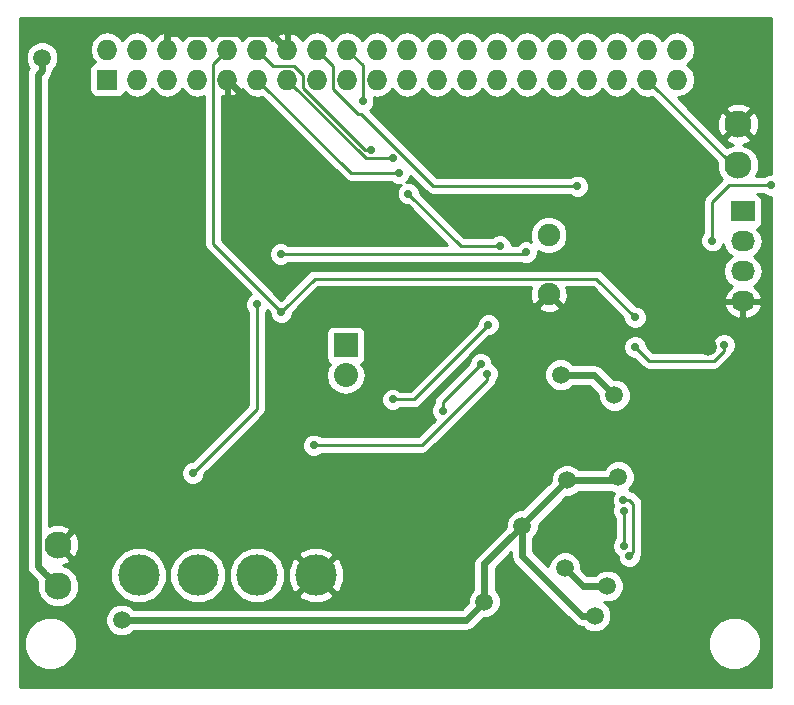
<source format=gbr>
G04 #@! TF.FileFunction,Copper,L2,Bot,Signal*
%FSLAX46Y46*%
G04 Gerber Fmt 4.6, Leading zero omitted, Abs format (unit mm)*
G04 Created by KiCad (PCBNEW 4.0.2+dfsg1-stable) date mer 24 ott 2018 10:21:22 CEST*
%MOMM*%
G01*
G04 APERTURE LIST*
%ADD10C,0.100000*%
%ADD11R,1.727200X1.727200*%
%ADD12O,1.727200X1.727200*%
%ADD13R,2.032000X1.727200*%
%ADD14O,2.032000X1.727200*%
%ADD15R,2.032000X2.032000*%
%ADD16O,2.032000X2.032000*%
%ADD17C,3.500000*%
%ADD18C,1.905000*%
%ADD19C,2.300000*%
%ADD20C,0.710000*%
%ADD21C,1.500000*%
%ADD22C,0.220000*%
%ADD23C,0.600000*%
%ADD24C,0.254000*%
G04 APERTURE END LIST*
D10*
D11*
X115062000Y-55880000D03*
D12*
X115062000Y-53340000D03*
X117602000Y-55880000D03*
X117602000Y-53340000D03*
X120142000Y-55880000D03*
X120142000Y-53340000D03*
X122682000Y-55880000D03*
X122682000Y-53340000D03*
X125222000Y-55880000D03*
X125222000Y-53340000D03*
X127762000Y-55880000D03*
X127762000Y-53340000D03*
X130302000Y-55880000D03*
X130302000Y-53340000D03*
X132842000Y-55880000D03*
X132842000Y-53340000D03*
X135382000Y-55880000D03*
X135382000Y-53340000D03*
X137922000Y-55880000D03*
X137922000Y-53340000D03*
X140462000Y-55880000D03*
X140462000Y-53340000D03*
X143002000Y-55880000D03*
X143002000Y-53340000D03*
X145542000Y-55880000D03*
X145542000Y-53340000D03*
X148082000Y-55880000D03*
X148082000Y-53340000D03*
X150622000Y-55880000D03*
X150622000Y-53340000D03*
X153162000Y-55880000D03*
X153162000Y-53340000D03*
X155702000Y-55880000D03*
X155702000Y-53340000D03*
X158242000Y-55880000D03*
X158242000Y-53340000D03*
X160782000Y-55880000D03*
X160782000Y-53340000D03*
X163322000Y-55880000D03*
X163322000Y-53340000D03*
D13*
X168864280Y-67028060D03*
D14*
X168864280Y-69568060D03*
X168864280Y-72108060D03*
X168864280Y-74648060D03*
D15*
X135244840Y-78389480D03*
D16*
X135244840Y-80929480D03*
D17*
X132714000Y-97840000D03*
X127714000Y-97840000D03*
X122714000Y-97840000D03*
X117714000Y-97840000D03*
D18*
X152438100Y-74046720D03*
X152438100Y-69046720D03*
D19*
X168475660Y-63151960D03*
X168475660Y-59651960D03*
X110863380Y-95270440D03*
X110863380Y-98770440D03*
D20*
X122300886Y-89207226D03*
X127734060Y-74917300D03*
X150533100Y-70497700D03*
X129740660Y-70652640D03*
D21*
X149781260Y-62189360D03*
X159715200Y-59690000D03*
X159717740Y-62341760D03*
X165934244Y-78508253D03*
D20*
X151485601Y-81008221D03*
X131373880Y-67688460D03*
X155702000Y-97353120D03*
D21*
X165564820Y-98529140D03*
X165564820Y-95117920D03*
X161947860Y-102146100D03*
X154180540Y-83703160D03*
X162629610Y-76505406D03*
X163376530Y-70744228D03*
X157998160Y-82616040D03*
X153449020Y-80878680D03*
X109540040Y-54030880D03*
X150192896Y-93664929D03*
X156329380Y-101274880D03*
X158341060Y-89516510D03*
X153984960Y-89829640D03*
X146999960Y-100083620D03*
X116278660Y-101635560D03*
X153797000Y-97221040D03*
X157411420Y-98752660D03*
D20*
X158790640Y-95371920D03*
X158808420Y-92372180D03*
X158768131Y-91444667D03*
X159252920Y-96255000D03*
X167280145Y-78351380D03*
X129790487Y-75565005D03*
X159755840Y-78519020D03*
X159755840Y-76009500D03*
X139217400Y-82969100D03*
X147337780Y-76629260D03*
X147253960Y-80790538D03*
X132549900Y-86847680D03*
X143455050Y-83907290D03*
X146682460Y-79971900D03*
X166276020Y-69524880D03*
X171287440Y-64828420D03*
X139735901Y-63794299D03*
X148300440Y-69987620D03*
X137386368Y-61856357D03*
X140550900Y-65549780D03*
X139276769Y-62521377D03*
X154863800Y-64917320D03*
X136695180Y-57726580D03*
D22*
X122655885Y-88852227D02*
X122300886Y-89207226D01*
X127734060Y-74917300D02*
X127734060Y-83774052D01*
X127734060Y-83774052D02*
X122655885Y-88852227D01*
X129740660Y-70652640D02*
X150378160Y-70652640D01*
X150378160Y-70652640D02*
X150533100Y-70497700D01*
D23*
X149781260Y-62189360D02*
X159565340Y-62189360D01*
X159565340Y-62189360D02*
X159717740Y-62341760D01*
X159715200Y-59690000D02*
X159715200Y-62339220D01*
X159715200Y-62339220D02*
X159717740Y-62341760D01*
X163376530Y-66000550D02*
X159717740Y-62341760D01*
X160312040Y-62936060D02*
X159717740Y-62341760D01*
X163376530Y-70744228D02*
X163376530Y-66000550D01*
X165184245Y-77758254D02*
X165934244Y-78508253D01*
X162629610Y-76505406D02*
X163931397Y-76505406D01*
X163931397Y-76505406D02*
X165184245Y-77758254D01*
X120142000Y-53340000D02*
X120142000Y-52118686D01*
X120142000Y-52118686D02*
X120334287Y-51926399D01*
X120334287Y-51926399D02*
X128888399Y-51926399D01*
X128888399Y-51926399D02*
X129438401Y-52476401D01*
X129438401Y-52476401D02*
X130302000Y-53340000D01*
X131373880Y-67688460D02*
X131373880Y-62031880D01*
X131373880Y-62031880D02*
X125222000Y-55880000D01*
D22*
X155702000Y-97353120D02*
X164388800Y-97353120D01*
X164388800Y-97353120D02*
X165564820Y-98529140D01*
D23*
X153430541Y-82953161D02*
X154180540Y-83703160D01*
X151485601Y-74999219D02*
X151485601Y-81008221D01*
X152438100Y-74046720D02*
X151485601Y-74999219D01*
X151485601Y-81008221D02*
X153430541Y-82953161D01*
X161947860Y-102146100D02*
X165564820Y-98529140D01*
X165564820Y-98529140D02*
X165564820Y-95117920D01*
X162629610Y-76505406D02*
X161879611Y-77255405D01*
X161879611Y-77255405D02*
X155646785Y-77255405D01*
X155646785Y-77255405D02*
X153390599Y-74999219D01*
X153390599Y-74999219D02*
X152438100Y-74046720D01*
X163376530Y-75758486D02*
X162629610Y-76505406D01*
X163376530Y-70744228D02*
X163376530Y-75758486D01*
X153449020Y-80878680D02*
X156260800Y-80878680D01*
X156260800Y-80878680D02*
X157998160Y-82616040D01*
X109540040Y-54030880D02*
X109540040Y-55091540D01*
X109540040Y-55091540D02*
X109163379Y-55468201D01*
X109163379Y-55468201D02*
X109163379Y-97070439D01*
X109163379Y-97070439D02*
X109713381Y-97620441D01*
X109713381Y-97620441D02*
X110863380Y-98770440D01*
X150192896Y-94725589D02*
X150192896Y-93664929D01*
X150192896Y-96199056D02*
X150192896Y-94725589D01*
X155268720Y-101274880D02*
X150192896Y-96199056D01*
X156329380Y-101274880D02*
X155268720Y-101274880D01*
X150192896Y-93621704D02*
X150192896Y-93664929D01*
X146999960Y-96857865D02*
X149442897Y-94414928D01*
X153984960Y-89829640D02*
X150192896Y-93621704D01*
X149442897Y-94414928D02*
X150192896Y-93664929D01*
X146999960Y-100083620D02*
X146999960Y-96857865D01*
X153984960Y-89829640D02*
X158027930Y-89829640D01*
X158027930Y-89829640D02*
X158341060Y-89516510D01*
X116278660Y-101635560D02*
X145448020Y-101635560D01*
X145448020Y-101635560D02*
X146999960Y-100083620D01*
X157411420Y-98752660D02*
X155328620Y-98752660D01*
X155328620Y-98752660D02*
X153797000Y-97221040D01*
D22*
X158808420Y-92372180D02*
X158808420Y-95354140D01*
X158808420Y-95354140D02*
X158790640Y-95371920D01*
X159607919Y-91782410D02*
X159270176Y-91444667D01*
X159252920Y-96255000D02*
X159607919Y-95900001D01*
X159270176Y-91444667D02*
X158768131Y-91444667D01*
X159607919Y-95900001D02*
X159607919Y-91782410D01*
X166400430Y-79733140D02*
X167280145Y-78853425D01*
X167280145Y-78853425D02*
X167280145Y-78351380D01*
X160969960Y-79733140D02*
X166400430Y-79733140D01*
X159755840Y-78519020D02*
X160969960Y-79733140D01*
X129435488Y-75210006D02*
X129790487Y-75565005D01*
X156480559Y-72734219D02*
X132621273Y-72734219D01*
X159755840Y-76009500D02*
X156480559Y-72734219D01*
X125222000Y-53340000D02*
X123998399Y-54563601D01*
X132621273Y-72734219D02*
X130145486Y-75210006D01*
X123998399Y-69772917D02*
X129435488Y-75210006D01*
X130145486Y-75210006D02*
X129790487Y-75565005D01*
X123998399Y-54563601D02*
X123998399Y-69772917D01*
X147337780Y-76629260D02*
X140997940Y-82969100D01*
X140997940Y-82969100D02*
X139217400Y-82969100D01*
X132549900Y-86847680D02*
X141698863Y-86847680D01*
X141698863Y-86847680D02*
X147253960Y-81292583D01*
X147253960Y-81292583D02*
X147253960Y-80790538D01*
X143455050Y-83199310D02*
X143455050Y-83405245D01*
X143455050Y-83405245D02*
X143455050Y-83907290D01*
X146682460Y-79971900D02*
X143455050Y-83199310D01*
X167678100Y-64810640D02*
X166276020Y-66212720D01*
X166276020Y-66212720D02*
X166276020Y-69524880D01*
X170767615Y-64810640D02*
X167678100Y-64810640D01*
X171287440Y-64828420D02*
X170785395Y-64828420D01*
X170785395Y-64828420D02*
X170767615Y-64810640D01*
X135676299Y-63794299D02*
X139233856Y-63794299D01*
X127762000Y-55880000D02*
X135676299Y-63794299D01*
X139233856Y-63794299D02*
X139735901Y-63794299D01*
X147798395Y-69987620D02*
X148300440Y-69987620D01*
X144988740Y-69987620D02*
X147798395Y-69987620D01*
X140550900Y-65549780D02*
X144988740Y-69987620D01*
X136884323Y-61856357D02*
X137386368Y-61856357D01*
X129128399Y-54706399D02*
X130865329Y-54706399D01*
X127762000Y-53340000D02*
X129128399Y-54706399D01*
X131668399Y-56640433D02*
X136884323Y-61856357D01*
X131668399Y-55509469D02*
X131668399Y-56640433D01*
X130865329Y-54706399D02*
X131668399Y-55509469D01*
X136943377Y-62521377D02*
X130302000Y-55880000D01*
X139276769Y-62521377D02*
X136943377Y-62521377D01*
X136542732Y-58777662D02*
X136320098Y-58777662D01*
X134208399Y-56665963D02*
X134208399Y-54706399D01*
X133705599Y-54203599D02*
X132842000Y-53340000D01*
X142682390Y-64917320D02*
X136542732Y-58777662D01*
X134208399Y-54706399D02*
X133705599Y-54203599D01*
X154863800Y-64917320D02*
X142682390Y-64917320D01*
X136320098Y-58777662D02*
X134208399Y-56665963D01*
X135382000Y-53340000D02*
X136695180Y-54653180D01*
X136695180Y-54653180D02*
X136695180Y-57726580D01*
X160782000Y-55880000D02*
X168053960Y-63151960D01*
X168053960Y-63151960D02*
X168475660Y-63151960D01*
D24*
G36*
X171290000Y-63838422D02*
X171091381Y-63838249D01*
X170727383Y-63988650D01*
X170650258Y-64065640D01*
X170029036Y-64065640D01*
X170260349Y-63508576D01*
X170260969Y-62798459D01*
X169989792Y-62142160D01*
X169488101Y-61639593D01*
X168928589Y-61407264D01*
X169440059Y-61195406D01*
X169557079Y-60912985D01*
X168475660Y-59831565D01*
X167394241Y-60912985D01*
X167511261Y-61195406D01*
X168046169Y-61398049D01*
X167556122Y-61600533D01*
X165307212Y-59351623D01*
X166680642Y-59351623D01*
X166702346Y-60061408D01*
X166932214Y-60616359D01*
X167214635Y-60733379D01*
X168296055Y-59651960D01*
X168655265Y-59651960D01*
X169736685Y-60733379D01*
X170019106Y-60616359D01*
X170270678Y-59952297D01*
X170248974Y-59242512D01*
X170019106Y-58687561D01*
X169736685Y-58570541D01*
X168655265Y-59651960D01*
X168296055Y-59651960D01*
X167214635Y-58570541D01*
X166932214Y-58687561D01*
X166680642Y-59351623D01*
X165307212Y-59351623D01*
X164346524Y-58390935D01*
X167394241Y-58390935D01*
X168475660Y-59472355D01*
X169557079Y-58390935D01*
X169440059Y-58108514D01*
X168775997Y-57856942D01*
X168066212Y-57878646D01*
X167511261Y-58108514D01*
X167394241Y-58390935D01*
X164346524Y-58390935D01*
X163356655Y-57401066D01*
X163895489Y-57293885D01*
X164381670Y-56969029D01*
X164706526Y-56482848D01*
X164820600Y-55909359D01*
X164820600Y-55850641D01*
X164706526Y-55277152D01*
X164381670Y-54790971D01*
X164110828Y-54610000D01*
X164381670Y-54429029D01*
X164706526Y-53942848D01*
X164820600Y-53369359D01*
X164820600Y-53310641D01*
X164706526Y-52737152D01*
X164381670Y-52250971D01*
X163895489Y-51926115D01*
X163322000Y-51812041D01*
X162748511Y-51926115D01*
X162262330Y-52250971D01*
X162052000Y-52565752D01*
X161841670Y-52250971D01*
X161355489Y-51926115D01*
X160782000Y-51812041D01*
X160208511Y-51926115D01*
X159722330Y-52250971D01*
X159512000Y-52565752D01*
X159301670Y-52250971D01*
X158815489Y-51926115D01*
X158242000Y-51812041D01*
X157668511Y-51926115D01*
X157182330Y-52250971D01*
X156972000Y-52565752D01*
X156761670Y-52250971D01*
X156275489Y-51926115D01*
X155702000Y-51812041D01*
X155128511Y-51926115D01*
X154642330Y-52250971D01*
X154432000Y-52565752D01*
X154221670Y-52250971D01*
X153735489Y-51926115D01*
X153162000Y-51812041D01*
X152588511Y-51926115D01*
X152102330Y-52250971D01*
X151892000Y-52565752D01*
X151681670Y-52250971D01*
X151195489Y-51926115D01*
X150622000Y-51812041D01*
X150048511Y-51926115D01*
X149562330Y-52250971D01*
X149352000Y-52565752D01*
X149141670Y-52250971D01*
X148655489Y-51926115D01*
X148082000Y-51812041D01*
X147508511Y-51926115D01*
X147022330Y-52250971D01*
X146812000Y-52565752D01*
X146601670Y-52250971D01*
X146115489Y-51926115D01*
X145542000Y-51812041D01*
X144968511Y-51926115D01*
X144482330Y-52250971D01*
X144272000Y-52565752D01*
X144061670Y-52250971D01*
X143575489Y-51926115D01*
X143002000Y-51812041D01*
X142428511Y-51926115D01*
X141942330Y-52250971D01*
X141732000Y-52565752D01*
X141521670Y-52250971D01*
X141035489Y-51926115D01*
X140462000Y-51812041D01*
X139888511Y-51926115D01*
X139402330Y-52250971D01*
X139192000Y-52565752D01*
X138981670Y-52250971D01*
X138495489Y-51926115D01*
X137922000Y-51812041D01*
X137348511Y-51926115D01*
X136862330Y-52250971D01*
X136652000Y-52565752D01*
X136441670Y-52250971D01*
X135955489Y-51926115D01*
X135382000Y-51812041D01*
X134808511Y-51926115D01*
X134322330Y-52250971D01*
X134112000Y-52565752D01*
X133901670Y-52250971D01*
X133415489Y-51926115D01*
X132842000Y-51812041D01*
X132268511Y-51926115D01*
X131782330Y-52250971D01*
X131566336Y-52574228D01*
X131508821Y-52451510D01*
X131076947Y-52057312D01*
X130661026Y-51885042D01*
X130429000Y-52006183D01*
X130429000Y-53213000D01*
X130449000Y-53213000D01*
X130449000Y-53467000D01*
X130429000Y-53467000D01*
X130429000Y-53487000D01*
X130175000Y-53487000D01*
X130175000Y-53467000D01*
X130155000Y-53467000D01*
X130155000Y-53213000D01*
X130175000Y-53213000D01*
X130175000Y-52006183D01*
X129942974Y-51885042D01*
X129527053Y-52057312D01*
X129095179Y-52451510D01*
X129037664Y-52574228D01*
X128821670Y-52250971D01*
X128335489Y-51926115D01*
X127762000Y-51812041D01*
X127188511Y-51926115D01*
X126702330Y-52250971D01*
X126492000Y-52565752D01*
X126281670Y-52250971D01*
X125795489Y-51926115D01*
X125222000Y-51812041D01*
X124648511Y-51926115D01*
X124162330Y-52250971D01*
X123952000Y-52565752D01*
X123741670Y-52250971D01*
X123255489Y-51926115D01*
X122682000Y-51812041D01*
X122108511Y-51926115D01*
X121622330Y-52250971D01*
X121406336Y-52574228D01*
X121348821Y-52451510D01*
X120916947Y-52057312D01*
X120501026Y-51885042D01*
X120269000Y-52006183D01*
X120269000Y-53213000D01*
X120289000Y-53213000D01*
X120289000Y-53467000D01*
X120269000Y-53467000D01*
X120269000Y-53487000D01*
X120015000Y-53487000D01*
X120015000Y-53467000D01*
X119995000Y-53467000D01*
X119995000Y-53213000D01*
X120015000Y-53213000D01*
X120015000Y-52006183D01*
X119782974Y-51885042D01*
X119367053Y-52057312D01*
X118935179Y-52451510D01*
X118877664Y-52574228D01*
X118661670Y-52250971D01*
X118175489Y-51926115D01*
X117602000Y-51812041D01*
X117028511Y-51926115D01*
X116542330Y-52250971D01*
X116332000Y-52565752D01*
X116121670Y-52250971D01*
X115635489Y-51926115D01*
X115062000Y-51812041D01*
X114488511Y-51926115D01*
X114002330Y-52250971D01*
X113677474Y-52737152D01*
X113563400Y-53310641D01*
X113563400Y-53369359D01*
X113677474Y-53942848D01*
X113988574Y-54408442D01*
X113963083Y-54413238D01*
X113746959Y-54552310D01*
X113601969Y-54764510D01*
X113550960Y-55016400D01*
X113550960Y-56743600D01*
X113595238Y-56978917D01*
X113734310Y-57195041D01*
X113946510Y-57340031D01*
X114198400Y-57391040D01*
X115925600Y-57391040D01*
X116160917Y-57346762D01*
X116377041Y-57207690D01*
X116522031Y-56995490D01*
X116530864Y-56951869D01*
X116542330Y-56969029D01*
X117028511Y-57293885D01*
X117602000Y-57407959D01*
X118175489Y-57293885D01*
X118661670Y-56969029D01*
X118872000Y-56654248D01*
X119082330Y-56969029D01*
X119568511Y-57293885D01*
X120142000Y-57407959D01*
X120715489Y-57293885D01*
X121201670Y-56969029D01*
X121412000Y-56654248D01*
X121622330Y-56969029D01*
X122108511Y-57293885D01*
X122682000Y-57407959D01*
X123253399Y-57294301D01*
X123253399Y-69772912D01*
X123253398Y-69772917D01*
X123310109Y-70058016D01*
X123471604Y-70299712D01*
X127227371Y-74055479D01*
X127174003Y-74077530D01*
X126895268Y-74355778D01*
X126744232Y-74719513D01*
X126743889Y-75113359D01*
X126894290Y-75477357D01*
X126989060Y-75572293D01*
X126989060Y-83465462D01*
X122237352Y-88217170D01*
X122104827Y-88217055D01*
X121740829Y-88367456D01*
X121462094Y-88645704D01*
X121311058Y-89009439D01*
X121310715Y-89403285D01*
X121461116Y-89767283D01*
X121739364Y-90046018D01*
X122103099Y-90197054D01*
X122496945Y-90197397D01*
X122860943Y-90046996D01*
X123139678Y-89768748D01*
X123290714Y-89405013D01*
X123290831Y-89270871D01*
X125517963Y-87043739D01*
X131559729Y-87043739D01*
X131710130Y-87407737D01*
X131988378Y-87686472D01*
X132352113Y-87837508D01*
X132745959Y-87837851D01*
X133109957Y-87687450D01*
X133204893Y-87592680D01*
X141698858Y-87592680D01*
X141698863Y-87592681D01*
X141983962Y-87535970D01*
X142225658Y-87374475D01*
X147780752Y-81819380D01*
X147780755Y-81819378D01*
X147942250Y-81577682D01*
X147960960Y-81483622D01*
X148092752Y-81352060D01*
X148175423Y-81152965D01*
X152063780Y-81152965D01*
X152274189Y-81662195D01*
X152663456Y-82052141D01*
X153172318Y-82263439D01*
X153723305Y-82263920D01*
X154232535Y-82053511D01*
X154472784Y-81813680D01*
X155873510Y-81813680D01*
X156613214Y-82553384D01*
X156612920Y-82890325D01*
X156823329Y-83399555D01*
X157212596Y-83789501D01*
X157721458Y-84000799D01*
X158272445Y-84001280D01*
X158781675Y-83790871D01*
X159171621Y-83401604D01*
X159382919Y-82892742D01*
X159383400Y-82341755D01*
X159172991Y-81832525D01*
X158783724Y-81442579D01*
X158274862Y-81231281D01*
X157935395Y-81230985D01*
X156921945Y-80217535D01*
X156618609Y-80014853D01*
X156260800Y-79943680D01*
X154472630Y-79943680D01*
X154234584Y-79705219D01*
X153725722Y-79493921D01*
X153174735Y-79493440D01*
X152665505Y-79703849D01*
X152275559Y-80093116D01*
X152064261Y-80601978D01*
X152063780Y-81152965D01*
X148175423Y-81152965D01*
X148243788Y-80988325D01*
X148244131Y-80594479D01*
X148093730Y-80230481D01*
X147815482Y-79951746D01*
X147672530Y-79892387D01*
X147672631Y-79775841D01*
X147522230Y-79411843D01*
X147243982Y-79133108D01*
X146880247Y-78982072D01*
X146486401Y-78981729D01*
X146122403Y-79132130D01*
X145843668Y-79410378D01*
X145692632Y-79774113D01*
X145692515Y-79908255D01*
X142928255Y-82672515D01*
X142766760Y-82914211D01*
X142710049Y-83199310D01*
X142710050Y-83199315D01*
X142710050Y-83252140D01*
X142616258Y-83345768D01*
X142465222Y-83709503D01*
X142464879Y-84103349D01*
X142615280Y-84467347D01*
X142820264Y-84672690D01*
X141390273Y-86102680D01*
X133205050Y-86102680D01*
X133111422Y-86008888D01*
X132747687Y-85857852D01*
X132353841Y-85857509D01*
X131989843Y-86007910D01*
X131711108Y-86286158D01*
X131560072Y-86649893D01*
X131559729Y-87043739D01*
X125517963Y-87043739D01*
X128260855Y-84300847D01*
X128422350Y-84059151D01*
X128479061Y-83774052D01*
X128479060Y-83774047D01*
X128479060Y-83165159D01*
X138227229Y-83165159D01*
X138377630Y-83529157D01*
X138655878Y-83807892D01*
X139019613Y-83958928D01*
X139413459Y-83959271D01*
X139777457Y-83808870D01*
X139872393Y-83714100D01*
X140997935Y-83714100D01*
X140997940Y-83714101D01*
X141283039Y-83657390D01*
X141524735Y-83495895D01*
X146305550Y-78715079D01*
X158765669Y-78715079D01*
X158916070Y-79079077D01*
X159194318Y-79357812D01*
X159558053Y-79508848D01*
X159692195Y-79508965D01*
X160443165Y-80259935D01*
X160684861Y-80421430D01*
X160969960Y-80478141D01*
X160969965Y-80478140D01*
X166400425Y-80478140D01*
X166400430Y-80478141D01*
X166685529Y-80421430D01*
X166927225Y-80259935D01*
X167806937Y-79380222D01*
X167806940Y-79380220D01*
X167968435Y-79138524D01*
X167969707Y-79132130D01*
X167987145Y-79044464D01*
X168118937Y-78912902D01*
X168269973Y-78549167D01*
X168270316Y-78155321D01*
X168119915Y-77791323D01*
X167841667Y-77512588D01*
X167477932Y-77361552D01*
X167084086Y-77361209D01*
X166720088Y-77511610D01*
X166441353Y-77789858D01*
X166290317Y-78153593D01*
X166289974Y-78547439D01*
X166360896Y-78719084D01*
X166091840Y-78988140D01*
X161278550Y-78988140D01*
X160745896Y-78455486D01*
X160746011Y-78322961D01*
X160595610Y-77958963D01*
X160317362Y-77680228D01*
X159953627Y-77529192D01*
X159559781Y-77528849D01*
X159195783Y-77679250D01*
X158917048Y-77957498D01*
X158766012Y-78321233D01*
X158765669Y-78715079D01*
X146305550Y-78715079D01*
X147401313Y-77619316D01*
X147533839Y-77619431D01*
X147897837Y-77469030D01*
X148176572Y-77190782D01*
X148327608Y-76827047D01*
X148327951Y-76433201D01*
X148177550Y-76069203D01*
X147899302Y-75790468D01*
X147535567Y-75639432D01*
X147141721Y-75639089D01*
X146777723Y-75789490D01*
X146498988Y-76067738D01*
X146347952Y-76431473D01*
X146347835Y-76565616D01*
X140689350Y-82224100D01*
X139872550Y-82224100D01*
X139778922Y-82130308D01*
X139415187Y-81979272D01*
X139021341Y-81978929D01*
X138657343Y-82129330D01*
X138378608Y-82407578D01*
X138227572Y-82771313D01*
X138227229Y-83165159D01*
X128479060Y-83165159D01*
X128479060Y-80929480D01*
X133561495Y-80929480D01*
X133687170Y-81561290D01*
X134045062Y-82096913D01*
X134580685Y-82454805D01*
X135212495Y-82580480D01*
X135277185Y-82580480D01*
X135908995Y-82454805D01*
X136444618Y-82096913D01*
X136802510Y-81561290D01*
X136928185Y-80929480D01*
X136802510Y-80297670D01*
X136575341Y-79957688D01*
X136712281Y-79869570D01*
X136857271Y-79657370D01*
X136908280Y-79405480D01*
X136908280Y-77373480D01*
X136864002Y-77138163D01*
X136724930Y-76922039D01*
X136512730Y-76777049D01*
X136260840Y-76726040D01*
X134228840Y-76726040D01*
X133993523Y-76770318D01*
X133777399Y-76909390D01*
X133632409Y-77121590D01*
X133581400Y-77373480D01*
X133581400Y-79405480D01*
X133625678Y-79640797D01*
X133764750Y-79856921D01*
X133913677Y-79958678D01*
X133687170Y-80297670D01*
X133561495Y-80929480D01*
X128479060Y-80929480D01*
X128479060Y-75572450D01*
X128572852Y-75478822D01*
X128595697Y-75423805D01*
X128800431Y-75628539D01*
X128800316Y-75761064D01*
X128950717Y-76125062D01*
X129228965Y-76403797D01*
X129592700Y-76554833D01*
X129986546Y-76555176D01*
X130350544Y-76404775D01*
X130629279Y-76126527D01*
X130780315Y-75762792D01*
X130780432Y-75628650D01*
X131244202Y-75164879D01*
X151499546Y-75164879D01*
X151592388Y-75426808D01*
X152184901Y-75645395D01*
X152815961Y-75620598D01*
X153283812Y-75426808D01*
X153376654Y-75164879D01*
X152438100Y-74226325D01*
X151499546Y-75164879D01*
X131244202Y-75164879D01*
X132929862Y-73479219D01*
X150955376Y-73479219D01*
X150839425Y-73793521D01*
X150864222Y-74424581D01*
X151058012Y-74892432D01*
X151319941Y-74985274D01*
X152258495Y-74046720D01*
X152244353Y-74032578D01*
X152423958Y-73852973D01*
X152438100Y-73867115D01*
X152452243Y-73852973D01*
X152631848Y-74032578D01*
X152617705Y-74046720D01*
X153556259Y-74985274D01*
X153818188Y-74892432D01*
X154036775Y-74299919D01*
X154011978Y-73668859D01*
X153933427Y-73479219D01*
X156171969Y-73479219D01*
X158765784Y-76073034D01*
X158765669Y-76205559D01*
X158916070Y-76569557D01*
X159194318Y-76848292D01*
X159558053Y-76999328D01*
X159951899Y-76999671D01*
X160315897Y-76849270D01*
X160594632Y-76571022D01*
X160745668Y-76207287D01*
X160746011Y-75813441D01*
X160595610Y-75449443D01*
X160317362Y-75170708D01*
X159953627Y-75019672D01*
X159819484Y-75019555D01*
X159807016Y-75007086D01*
X167256922Y-75007086D01*
X167259571Y-75022851D01*
X167513548Y-75550096D01*
X167949960Y-75940014D01*
X168502367Y-76133244D01*
X168737280Y-75988984D01*
X168737280Y-74775060D01*
X168991280Y-74775060D01*
X168991280Y-75988984D01*
X169226193Y-76133244D01*
X169778600Y-75940014D01*
X170215012Y-75550096D01*
X170468989Y-75022851D01*
X170471638Y-75007086D01*
X170350497Y-74775060D01*
X168991280Y-74775060D01*
X168737280Y-74775060D01*
X167378063Y-74775060D01*
X167256922Y-75007086D01*
X159807016Y-75007086D01*
X157007354Y-72207424D01*
X156765658Y-72045929D01*
X156480559Y-71989218D01*
X156480554Y-71989219D01*
X132621278Y-71989219D01*
X132621273Y-71989218D01*
X132336174Y-72045929D01*
X132094478Y-72207424D01*
X132094476Y-72207427D01*
X129790487Y-74511415D01*
X124743399Y-69464327D01*
X124743399Y-57285431D01*
X124862974Y-57334958D01*
X125095000Y-57213817D01*
X125095000Y-56007000D01*
X125075000Y-56007000D01*
X125075000Y-55753000D01*
X125095000Y-55753000D01*
X125095000Y-55733000D01*
X125349000Y-55733000D01*
X125349000Y-55753000D01*
X125369000Y-55753000D01*
X125369000Y-56007000D01*
X125349000Y-56007000D01*
X125349000Y-57213817D01*
X125581026Y-57334958D01*
X125996947Y-57162688D01*
X126428821Y-56768490D01*
X126486336Y-56645772D01*
X126702330Y-56969029D01*
X127188511Y-57293885D01*
X127762000Y-57407959D01*
X128157666Y-57329256D01*
X135149504Y-64321094D01*
X135391200Y-64482589D01*
X135676299Y-64539300D01*
X135676304Y-64539299D01*
X139080751Y-64539299D01*
X139174379Y-64633091D01*
X139538114Y-64784127D01*
X139916266Y-64784456D01*
X139712108Y-64988258D01*
X139561072Y-65351993D01*
X139560729Y-65745839D01*
X139711130Y-66109837D01*
X139989378Y-66388572D01*
X140353113Y-66539608D01*
X140487255Y-66539725D01*
X143855171Y-69907640D01*
X130395810Y-69907640D01*
X130302182Y-69813848D01*
X129938447Y-69662812D01*
X129544601Y-69662469D01*
X129180603Y-69812870D01*
X128901868Y-70091118D01*
X128750832Y-70454853D01*
X128750489Y-70848699D01*
X128900890Y-71212697D01*
X129179138Y-71491432D01*
X129542873Y-71642468D01*
X129936719Y-71642811D01*
X130300717Y-71492410D01*
X130395653Y-71397640D01*
X150118839Y-71397640D01*
X150335313Y-71487528D01*
X150729159Y-71487871D01*
X151093157Y-71337470D01*
X151371892Y-71059222D01*
X151522928Y-70695487D01*
X151523205Y-70377253D01*
X151537679Y-70391752D01*
X152120941Y-70633944D01*
X152752488Y-70634495D01*
X153336172Y-70393322D01*
X153783132Y-69947141D01*
X154025324Y-69363879D01*
X154025875Y-68732332D01*
X153784702Y-68148648D01*
X153338521Y-67701688D01*
X152755259Y-67459496D01*
X152123712Y-67458945D01*
X151540028Y-67700118D01*
X151093068Y-68146299D01*
X150850876Y-68729561D01*
X150850325Y-69361108D01*
X150948262Y-69598134D01*
X150730887Y-69507872D01*
X150337041Y-69507529D01*
X149973043Y-69657930D01*
X149722896Y-69907640D01*
X149290510Y-69907640D01*
X149290611Y-69791561D01*
X149140210Y-69427563D01*
X148861962Y-69148828D01*
X148498227Y-68997792D01*
X148104381Y-68997449D01*
X147740383Y-69147850D01*
X147645447Y-69242620D01*
X145297329Y-69242620D01*
X141540956Y-65486246D01*
X141541071Y-65353721D01*
X141390670Y-64989723D01*
X141112422Y-64710988D01*
X140748687Y-64559952D01*
X140370535Y-64559623D01*
X140574693Y-64355821D01*
X140719227Y-64007746D01*
X142155593Y-65444112D01*
X142155595Y-65444115D01*
X142397291Y-65605610D01*
X142682390Y-65662321D01*
X142682395Y-65662320D01*
X154208650Y-65662320D01*
X154302278Y-65756112D01*
X154666013Y-65907148D01*
X155059859Y-65907491D01*
X155423857Y-65757090D01*
X155702592Y-65478842D01*
X155853628Y-65115107D01*
X155853971Y-64721261D01*
X155703570Y-64357263D01*
X155425322Y-64078528D01*
X155061587Y-63927492D01*
X154667741Y-63927149D01*
X154303743Y-64077550D01*
X154208807Y-64172320D01*
X142990979Y-64172320D01*
X137320180Y-58501520D01*
X137533972Y-58288102D01*
X137685008Y-57924367D01*
X137685351Y-57530521D01*
X137608983Y-57345696D01*
X137922000Y-57407959D01*
X138495489Y-57293885D01*
X138981670Y-56969029D01*
X139192000Y-56654248D01*
X139402330Y-56969029D01*
X139888511Y-57293885D01*
X140462000Y-57407959D01*
X141035489Y-57293885D01*
X141521670Y-56969029D01*
X141732000Y-56654248D01*
X141942330Y-56969029D01*
X142428511Y-57293885D01*
X143002000Y-57407959D01*
X143575489Y-57293885D01*
X144061670Y-56969029D01*
X144272000Y-56654248D01*
X144482330Y-56969029D01*
X144968511Y-57293885D01*
X145542000Y-57407959D01*
X146115489Y-57293885D01*
X146601670Y-56969029D01*
X146812000Y-56654248D01*
X147022330Y-56969029D01*
X147508511Y-57293885D01*
X148082000Y-57407959D01*
X148655489Y-57293885D01*
X149141670Y-56969029D01*
X149352000Y-56654248D01*
X149562330Y-56969029D01*
X150048511Y-57293885D01*
X150622000Y-57407959D01*
X151195489Y-57293885D01*
X151681670Y-56969029D01*
X151892000Y-56654248D01*
X152102330Y-56969029D01*
X152588511Y-57293885D01*
X153162000Y-57407959D01*
X153735489Y-57293885D01*
X154221670Y-56969029D01*
X154432000Y-56654248D01*
X154642330Y-56969029D01*
X155128511Y-57293885D01*
X155702000Y-57407959D01*
X156275489Y-57293885D01*
X156761670Y-56969029D01*
X156972000Y-56654248D01*
X157182330Y-56969029D01*
X157668511Y-57293885D01*
X158242000Y-57407959D01*
X158815489Y-57293885D01*
X159301670Y-56969029D01*
X159512000Y-56654248D01*
X159722330Y-56969029D01*
X160208511Y-57293885D01*
X160782000Y-57407959D01*
X161177666Y-57329256D01*
X166690930Y-62842519D01*
X166690351Y-63505461D01*
X166961528Y-64161760D01*
X167117323Y-64317828D01*
X165749225Y-65685925D01*
X165587730Y-65927621D01*
X165531019Y-66212720D01*
X165531020Y-66212725D01*
X165531020Y-68869730D01*
X165437228Y-68963358D01*
X165286192Y-69327093D01*
X165285849Y-69720939D01*
X165436250Y-70084937D01*
X165714498Y-70363672D01*
X166078233Y-70514708D01*
X166472079Y-70515051D01*
X166836077Y-70364650D01*
X167114812Y-70086402D01*
X167229230Y-69810854D01*
X167295009Y-70141549D01*
X167619865Y-70627730D01*
X167934646Y-70838060D01*
X167619865Y-71048390D01*
X167295009Y-71534571D01*
X167180935Y-72108060D01*
X167295009Y-72681549D01*
X167619865Y-73167730D01*
X167929349Y-73374521D01*
X167513548Y-73746024D01*
X167259571Y-74273269D01*
X167256922Y-74289034D01*
X167378063Y-74521060D01*
X168737280Y-74521060D01*
X168737280Y-74501060D01*
X168991280Y-74501060D01*
X168991280Y-74521060D01*
X170350497Y-74521060D01*
X170471638Y-74289034D01*
X170468989Y-74273269D01*
X170215012Y-73746024D01*
X169799211Y-73374521D01*
X170108695Y-73167730D01*
X170433551Y-72681549D01*
X170547625Y-72108060D01*
X170433551Y-71534571D01*
X170108695Y-71048390D01*
X169793914Y-70838060D01*
X170108695Y-70627730D01*
X170433551Y-70141549D01*
X170547625Y-69568060D01*
X170433551Y-68994571D01*
X170108695Y-68508390D01*
X170094367Y-68498817D01*
X170115597Y-68494822D01*
X170331721Y-68355750D01*
X170476711Y-68143550D01*
X170527720Y-67891660D01*
X170527720Y-66164460D01*
X170483442Y-65929143D01*
X170344370Y-65713019D01*
X170132170Y-65568029D01*
X170070991Y-65555640D01*
X170614541Y-65555640D01*
X170725918Y-65667212D01*
X171089653Y-65818248D01*
X171290000Y-65818422D01*
X171290000Y-107290000D01*
X107710000Y-107290000D01*
X107710000Y-104074619D01*
X108000613Y-104074619D01*
X108340155Y-104896372D01*
X108968321Y-105525636D01*
X109789481Y-105866611D01*
X110678619Y-105867387D01*
X111500372Y-105527845D01*
X112129636Y-104899679D01*
X112470611Y-104078519D01*
X112470614Y-104074619D01*
X165912613Y-104074619D01*
X166252155Y-104896372D01*
X166880321Y-105525636D01*
X167701481Y-105866611D01*
X168590619Y-105867387D01*
X169412372Y-105527845D01*
X170041636Y-104899679D01*
X170382611Y-104078519D01*
X170383387Y-103189381D01*
X170043845Y-102367628D01*
X169415679Y-101738364D01*
X168594519Y-101397389D01*
X167705381Y-101396613D01*
X166883628Y-101736155D01*
X166254364Y-102364321D01*
X165913389Y-103185481D01*
X165912613Y-104074619D01*
X112470614Y-104074619D01*
X112471387Y-103189381D01*
X112131845Y-102367628D01*
X111674861Y-101909845D01*
X114893420Y-101909845D01*
X115103829Y-102419075D01*
X115493096Y-102809021D01*
X116001958Y-103020319D01*
X116552945Y-103020800D01*
X117062175Y-102810391D01*
X117302424Y-102570560D01*
X145448020Y-102570560D01*
X145805829Y-102499387D01*
X146109165Y-102296705D01*
X146937304Y-101468566D01*
X147274245Y-101468860D01*
X147783475Y-101258451D01*
X148173421Y-100869184D01*
X148384719Y-100360322D01*
X148385200Y-99809335D01*
X148174791Y-99300105D01*
X147934960Y-99059856D01*
X147934960Y-97245155D01*
X149257896Y-95922219D01*
X149257896Y-96199056D01*
X149329069Y-96556865D01*
X149531751Y-96860201D01*
X154607575Y-101936025D01*
X154910911Y-102138707D01*
X155268720Y-102209880D01*
X155305770Y-102209880D01*
X155543816Y-102448341D01*
X156052678Y-102659639D01*
X156603665Y-102660120D01*
X157112895Y-102449711D01*
X157502841Y-102060444D01*
X157714139Y-101551582D01*
X157714620Y-101000595D01*
X157504211Y-100491365D01*
X157150895Y-100137433D01*
X157685705Y-100137900D01*
X158194935Y-99927491D01*
X158584881Y-99538224D01*
X158796179Y-99029362D01*
X158796660Y-98478375D01*
X158586251Y-97969145D01*
X158196984Y-97579199D01*
X157688122Y-97367901D01*
X157137135Y-97367420D01*
X156627905Y-97577829D01*
X156387656Y-97817660D01*
X155715910Y-97817660D01*
X155181946Y-97283696D01*
X155182240Y-96946755D01*
X154971831Y-96437525D01*
X154582564Y-96047579D01*
X154073702Y-95836281D01*
X153522715Y-95835800D01*
X153013485Y-96046209D01*
X152623539Y-96435476D01*
X152412241Y-96944338D01*
X152412109Y-97095979D01*
X151127896Y-95811766D01*
X151127896Y-94688539D01*
X151366357Y-94450493D01*
X151577655Y-93941631D01*
X151577989Y-93558901D01*
X153922304Y-91214586D01*
X154259245Y-91214880D01*
X154768475Y-91004471D01*
X155008724Y-90764640D01*
X157735319Y-90764640D01*
X157956181Y-90856350D01*
X157929339Y-90883145D01*
X157778303Y-91246880D01*
X157777960Y-91640726D01*
X157908751Y-91957265D01*
X157818592Y-92174393D01*
X157818249Y-92568239D01*
X157968650Y-92932237D01*
X158063420Y-93027173D01*
X158063420Y-94699021D01*
X157951848Y-94810398D01*
X157800812Y-95174133D01*
X157800469Y-95567979D01*
X157950870Y-95931977D01*
X158229118Y-96210712D01*
X158262946Y-96224759D01*
X158262749Y-96451059D01*
X158413150Y-96815057D01*
X158691398Y-97093792D01*
X159055133Y-97244828D01*
X159448979Y-97245171D01*
X159812977Y-97094770D01*
X160091712Y-96816522D01*
X160242748Y-96452787D01*
X160242912Y-96264866D01*
X160296209Y-96185100D01*
X160352919Y-95900001D01*
X160352919Y-91782415D01*
X160352920Y-91782410D01*
X160296209Y-91497311D01*
X160134714Y-91255615D01*
X160134711Y-91255613D01*
X159796971Y-90917872D01*
X159555275Y-90756377D01*
X159461215Y-90737667D01*
X159329653Y-90605875D01*
X159245284Y-90570842D01*
X159514521Y-90302074D01*
X159725819Y-89793212D01*
X159726300Y-89242225D01*
X159515891Y-88732995D01*
X159126624Y-88343049D01*
X158617762Y-88131751D01*
X158066775Y-88131270D01*
X157557545Y-88341679D01*
X157167599Y-88730946D01*
X157099627Y-88894640D01*
X155008570Y-88894640D01*
X154770524Y-88656179D01*
X154261662Y-88444881D01*
X153710675Y-88444400D01*
X153201445Y-88654809D01*
X152811499Y-89044076D01*
X152600201Y-89552938D01*
X152599905Y-89892405D01*
X150212365Y-92279945D01*
X149918611Y-92279689D01*
X149409381Y-92490098D01*
X149019435Y-92879365D01*
X148808137Y-93388227D01*
X148807841Y-93727694D01*
X146338815Y-96196720D01*
X146136133Y-96500056D01*
X146064960Y-96857865D01*
X146064960Y-99060010D01*
X145826499Y-99298056D01*
X145615201Y-99806918D01*
X145614905Y-100146385D01*
X145060730Y-100700560D01*
X117302270Y-100700560D01*
X117064224Y-100462099D01*
X116555362Y-100250801D01*
X116004375Y-100250320D01*
X115495145Y-100460729D01*
X115105199Y-100849996D01*
X114893901Y-101358858D01*
X114893420Y-101909845D01*
X111674861Y-101909845D01*
X111503679Y-101738364D01*
X110682519Y-101397389D01*
X109793381Y-101396613D01*
X108971628Y-101736155D01*
X108342364Y-102364321D01*
X108001389Y-103185481D01*
X108000613Y-104074619D01*
X107710000Y-104074619D01*
X107710000Y-54305165D01*
X108154800Y-54305165D01*
X108365209Y-54814395D01*
X108444355Y-54893679D01*
X108299552Y-55110392D01*
X108228379Y-55468201D01*
X108228379Y-97070439D01*
X108299552Y-97428248D01*
X108502234Y-97731584D01*
X109109728Y-98339078D01*
X109078691Y-98413824D01*
X109078071Y-99123941D01*
X109349248Y-99780240D01*
X109850939Y-100282807D01*
X110506764Y-100555129D01*
X111216881Y-100555749D01*
X111873180Y-100284572D01*
X112375747Y-99782881D01*
X112648069Y-99127056D01*
X112648689Y-98416939D01*
X112605464Y-98312325D01*
X115328587Y-98312325D01*
X115690916Y-99189229D01*
X116361242Y-99860726D01*
X117237513Y-100224585D01*
X118186325Y-100225413D01*
X119063229Y-99863084D01*
X119734726Y-99192758D01*
X120098585Y-98316487D01*
X120098588Y-98312325D01*
X120328587Y-98312325D01*
X120690916Y-99189229D01*
X121361242Y-99860726D01*
X122237513Y-100224585D01*
X123186325Y-100225413D01*
X124063229Y-99863084D01*
X124734726Y-99192758D01*
X125098585Y-98316487D01*
X125098588Y-98312325D01*
X125328587Y-98312325D01*
X125690916Y-99189229D01*
X126361242Y-99860726D01*
X127237513Y-100224585D01*
X128186325Y-100225413D01*
X129063229Y-99863084D01*
X129392358Y-99534528D01*
X131199077Y-99534528D01*
X131389364Y-99879271D01*
X132270591Y-100230956D01*
X133219323Y-100218641D01*
X134038636Y-99879271D01*
X134228923Y-99534528D01*
X132714000Y-98019605D01*
X131199077Y-99534528D01*
X129392358Y-99534528D01*
X129734726Y-99192758D01*
X130098585Y-98316487D01*
X130099387Y-97396591D01*
X130323044Y-97396591D01*
X130335359Y-98345323D01*
X130674729Y-99164636D01*
X131019472Y-99354923D01*
X132534395Y-97840000D01*
X132893605Y-97840000D01*
X134408528Y-99354923D01*
X134753271Y-99164636D01*
X135104956Y-98283409D01*
X135092641Y-97334677D01*
X134753271Y-96515364D01*
X134408528Y-96325077D01*
X132893605Y-97840000D01*
X132534395Y-97840000D01*
X131019472Y-96325077D01*
X130674729Y-96515364D01*
X130323044Y-97396591D01*
X130099387Y-97396591D01*
X130099413Y-97367675D01*
X129737084Y-96490771D01*
X129392388Y-96145472D01*
X131199077Y-96145472D01*
X132714000Y-97660395D01*
X134228923Y-96145472D01*
X134038636Y-95800729D01*
X133157409Y-95449044D01*
X132208677Y-95461359D01*
X131389364Y-95800729D01*
X131199077Y-96145472D01*
X129392388Y-96145472D01*
X129066758Y-95819274D01*
X128190487Y-95455415D01*
X127241675Y-95454587D01*
X126364771Y-95816916D01*
X125693274Y-96487242D01*
X125329415Y-97363513D01*
X125328587Y-98312325D01*
X125098588Y-98312325D01*
X125099413Y-97367675D01*
X124737084Y-96490771D01*
X124066758Y-95819274D01*
X123190487Y-95455415D01*
X122241675Y-95454587D01*
X121364771Y-95816916D01*
X120693274Y-96487242D01*
X120329415Y-97363513D01*
X120328587Y-98312325D01*
X120098588Y-98312325D01*
X120099413Y-97367675D01*
X119737084Y-96490771D01*
X119066758Y-95819274D01*
X118190487Y-95455415D01*
X117241675Y-95454587D01*
X116364771Y-95816916D01*
X115693274Y-96487242D01*
X115329415Y-97363513D01*
X115328587Y-98312325D01*
X112605464Y-98312325D01*
X112377512Y-97760640D01*
X111875821Y-97258073D01*
X111316309Y-97025744D01*
X111827779Y-96813886D01*
X111944799Y-96531465D01*
X110863380Y-95450045D01*
X110849238Y-95464188D01*
X110669632Y-95284582D01*
X110683775Y-95270440D01*
X111042985Y-95270440D01*
X112124405Y-96351859D01*
X112406826Y-96234839D01*
X112658398Y-95570777D01*
X112636694Y-94860992D01*
X112406826Y-94306041D01*
X112124405Y-94189021D01*
X111042985Y-95270440D01*
X110683775Y-95270440D01*
X110669632Y-95256298D01*
X110849238Y-95076692D01*
X110863380Y-95090835D01*
X111944799Y-94009415D01*
X111827779Y-93726994D01*
X111163717Y-93475422D01*
X110453932Y-93497126D01*
X110098379Y-93644401D01*
X110098379Y-55855491D01*
X110201185Y-55752685D01*
X110403867Y-55449349D01*
X110475040Y-55091540D01*
X110475040Y-55054490D01*
X110713501Y-54816444D01*
X110924799Y-54307582D01*
X110925280Y-53756595D01*
X110714871Y-53247365D01*
X110325604Y-52857419D01*
X109816742Y-52646121D01*
X109265755Y-52645640D01*
X108756525Y-52856049D01*
X108366579Y-53245316D01*
X108155281Y-53754178D01*
X108154800Y-54305165D01*
X107710000Y-54305165D01*
X107710000Y-50710000D01*
X171290000Y-50710000D01*
X171290000Y-63838422D01*
X171290000Y-63838422D01*
G37*
X171290000Y-63838422D02*
X171091381Y-63838249D01*
X170727383Y-63988650D01*
X170650258Y-64065640D01*
X170029036Y-64065640D01*
X170260349Y-63508576D01*
X170260969Y-62798459D01*
X169989792Y-62142160D01*
X169488101Y-61639593D01*
X168928589Y-61407264D01*
X169440059Y-61195406D01*
X169557079Y-60912985D01*
X168475660Y-59831565D01*
X167394241Y-60912985D01*
X167511261Y-61195406D01*
X168046169Y-61398049D01*
X167556122Y-61600533D01*
X165307212Y-59351623D01*
X166680642Y-59351623D01*
X166702346Y-60061408D01*
X166932214Y-60616359D01*
X167214635Y-60733379D01*
X168296055Y-59651960D01*
X168655265Y-59651960D01*
X169736685Y-60733379D01*
X170019106Y-60616359D01*
X170270678Y-59952297D01*
X170248974Y-59242512D01*
X170019106Y-58687561D01*
X169736685Y-58570541D01*
X168655265Y-59651960D01*
X168296055Y-59651960D01*
X167214635Y-58570541D01*
X166932214Y-58687561D01*
X166680642Y-59351623D01*
X165307212Y-59351623D01*
X164346524Y-58390935D01*
X167394241Y-58390935D01*
X168475660Y-59472355D01*
X169557079Y-58390935D01*
X169440059Y-58108514D01*
X168775997Y-57856942D01*
X168066212Y-57878646D01*
X167511261Y-58108514D01*
X167394241Y-58390935D01*
X164346524Y-58390935D01*
X163356655Y-57401066D01*
X163895489Y-57293885D01*
X164381670Y-56969029D01*
X164706526Y-56482848D01*
X164820600Y-55909359D01*
X164820600Y-55850641D01*
X164706526Y-55277152D01*
X164381670Y-54790971D01*
X164110828Y-54610000D01*
X164381670Y-54429029D01*
X164706526Y-53942848D01*
X164820600Y-53369359D01*
X164820600Y-53310641D01*
X164706526Y-52737152D01*
X164381670Y-52250971D01*
X163895489Y-51926115D01*
X163322000Y-51812041D01*
X162748511Y-51926115D01*
X162262330Y-52250971D01*
X162052000Y-52565752D01*
X161841670Y-52250971D01*
X161355489Y-51926115D01*
X160782000Y-51812041D01*
X160208511Y-51926115D01*
X159722330Y-52250971D01*
X159512000Y-52565752D01*
X159301670Y-52250971D01*
X158815489Y-51926115D01*
X158242000Y-51812041D01*
X157668511Y-51926115D01*
X157182330Y-52250971D01*
X156972000Y-52565752D01*
X156761670Y-52250971D01*
X156275489Y-51926115D01*
X155702000Y-51812041D01*
X155128511Y-51926115D01*
X154642330Y-52250971D01*
X154432000Y-52565752D01*
X154221670Y-52250971D01*
X153735489Y-51926115D01*
X153162000Y-51812041D01*
X152588511Y-51926115D01*
X152102330Y-52250971D01*
X151892000Y-52565752D01*
X151681670Y-52250971D01*
X151195489Y-51926115D01*
X150622000Y-51812041D01*
X150048511Y-51926115D01*
X149562330Y-52250971D01*
X149352000Y-52565752D01*
X149141670Y-52250971D01*
X148655489Y-51926115D01*
X148082000Y-51812041D01*
X147508511Y-51926115D01*
X147022330Y-52250971D01*
X146812000Y-52565752D01*
X146601670Y-52250971D01*
X146115489Y-51926115D01*
X145542000Y-51812041D01*
X144968511Y-51926115D01*
X144482330Y-52250971D01*
X144272000Y-52565752D01*
X144061670Y-52250971D01*
X143575489Y-51926115D01*
X143002000Y-51812041D01*
X142428511Y-51926115D01*
X141942330Y-52250971D01*
X141732000Y-52565752D01*
X141521670Y-52250971D01*
X141035489Y-51926115D01*
X140462000Y-51812041D01*
X139888511Y-51926115D01*
X139402330Y-52250971D01*
X139192000Y-52565752D01*
X138981670Y-52250971D01*
X138495489Y-51926115D01*
X137922000Y-51812041D01*
X137348511Y-51926115D01*
X136862330Y-52250971D01*
X136652000Y-52565752D01*
X136441670Y-52250971D01*
X135955489Y-51926115D01*
X135382000Y-51812041D01*
X134808511Y-51926115D01*
X134322330Y-52250971D01*
X134112000Y-52565752D01*
X133901670Y-52250971D01*
X133415489Y-51926115D01*
X132842000Y-51812041D01*
X132268511Y-51926115D01*
X131782330Y-52250971D01*
X131566336Y-52574228D01*
X131508821Y-52451510D01*
X131076947Y-52057312D01*
X130661026Y-51885042D01*
X130429000Y-52006183D01*
X130429000Y-53213000D01*
X130449000Y-53213000D01*
X130449000Y-53467000D01*
X130429000Y-53467000D01*
X130429000Y-53487000D01*
X130175000Y-53487000D01*
X130175000Y-53467000D01*
X130155000Y-53467000D01*
X130155000Y-53213000D01*
X130175000Y-53213000D01*
X130175000Y-52006183D01*
X129942974Y-51885042D01*
X129527053Y-52057312D01*
X129095179Y-52451510D01*
X129037664Y-52574228D01*
X128821670Y-52250971D01*
X128335489Y-51926115D01*
X127762000Y-51812041D01*
X127188511Y-51926115D01*
X126702330Y-52250971D01*
X126492000Y-52565752D01*
X126281670Y-52250971D01*
X125795489Y-51926115D01*
X125222000Y-51812041D01*
X124648511Y-51926115D01*
X124162330Y-52250971D01*
X123952000Y-52565752D01*
X123741670Y-52250971D01*
X123255489Y-51926115D01*
X122682000Y-51812041D01*
X122108511Y-51926115D01*
X121622330Y-52250971D01*
X121406336Y-52574228D01*
X121348821Y-52451510D01*
X120916947Y-52057312D01*
X120501026Y-51885042D01*
X120269000Y-52006183D01*
X120269000Y-53213000D01*
X120289000Y-53213000D01*
X120289000Y-53467000D01*
X120269000Y-53467000D01*
X120269000Y-53487000D01*
X120015000Y-53487000D01*
X120015000Y-53467000D01*
X119995000Y-53467000D01*
X119995000Y-53213000D01*
X120015000Y-53213000D01*
X120015000Y-52006183D01*
X119782974Y-51885042D01*
X119367053Y-52057312D01*
X118935179Y-52451510D01*
X118877664Y-52574228D01*
X118661670Y-52250971D01*
X118175489Y-51926115D01*
X117602000Y-51812041D01*
X117028511Y-51926115D01*
X116542330Y-52250971D01*
X116332000Y-52565752D01*
X116121670Y-52250971D01*
X115635489Y-51926115D01*
X115062000Y-51812041D01*
X114488511Y-51926115D01*
X114002330Y-52250971D01*
X113677474Y-52737152D01*
X113563400Y-53310641D01*
X113563400Y-53369359D01*
X113677474Y-53942848D01*
X113988574Y-54408442D01*
X113963083Y-54413238D01*
X113746959Y-54552310D01*
X113601969Y-54764510D01*
X113550960Y-55016400D01*
X113550960Y-56743600D01*
X113595238Y-56978917D01*
X113734310Y-57195041D01*
X113946510Y-57340031D01*
X114198400Y-57391040D01*
X115925600Y-57391040D01*
X116160917Y-57346762D01*
X116377041Y-57207690D01*
X116522031Y-56995490D01*
X116530864Y-56951869D01*
X116542330Y-56969029D01*
X117028511Y-57293885D01*
X117602000Y-57407959D01*
X118175489Y-57293885D01*
X118661670Y-56969029D01*
X118872000Y-56654248D01*
X119082330Y-56969029D01*
X119568511Y-57293885D01*
X120142000Y-57407959D01*
X120715489Y-57293885D01*
X121201670Y-56969029D01*
X121412000Y-56654248D01*
X121622330Y-56969029D01*
X122108511Y-57293885D01*
X122682000Y-57407959D01*
X123253399Y-57294301D01*
X123253399Y-69772912D01*
X123253398Y-69772917D01*
X123310109Y-70058016D01*
X123471604Y-70299712D01*
X127227371Y-74055479D01*
X127174003Y-74077530D01*
X126895268Y-74355778D01*
X126744232Y-74719513D01*
X126743889Y-75113359D01*
X126894290Y-75477357D01*
X126989060Y-75572293D01*
X126989060Y-83465462D01*
X122237352Y-88217170D01*
X122104827Y-88217055D01*
X121740829Y-88367456D01*
X121462094Y-88645704D01*
X121311058Y-89009439D01*
X121310715Y-89403285D01*
X121461116Y-89767283D01*
X121739364Y-90046018D01*
X122103099Y-90197054D01*
X122496945Y-90197397D01*
X122860943Y-90046996D01*
X123139678Y-89768748D01*
X123290714Y-89405013D01*
X123290831Y-89270871D01*
X125517963Y-87043739D01*
X131559729Y-87043739D01*
X131710130Y-87407737D01*
X131988378Y-87686472D01*
X132352113Y-87837508D01*
X132745959Y-87837851D01*
X133109957Y-87687450D01*
X133204893Y-87592680D01*
X141698858Y-87592680D01*
X141698863Y-87592681D01*
X141983962Y-87535970D01*
X142225658Y-87374475D01*
X147780752Y-81819380D01*
X147780755Y-81819378D01*
X147942250Y-81577682D01*
X147960960Y-81483622D01*
X148092752Y-81352060D01*
X148175423Y-81152965D01*
X152063780Y-81152965D01*
X152274189Y-81662195D01*
X152663456Y-82052141D01*
X153172318Y-82263439D01*
X153723305Y-82263920D01*
X154232535Y-82053511D01*
X154472784Y-81813680D01*
X155873510Y-81813680D01*
X156613214Y-82553384D01*
X156612920Y-82890325D01*
X156823329Y-83399555D01*
X157212596Y-83789501D01*
X157721458Y-84000799D01*
X158272445Y-84001280D01*
X158781675Y-83790871D01*
X159171621Y-83401604D01*
X159382919Y-82892742D01*
X159383400Y-82341755D01*
X159172991Y-81832525D01*
X158783724Y-81442579D01*
X158274862Y-81231281D01*
X157935395Y-81230985D01*
X156921945Y-80217535D01*
X156618609Y-80014853D01*
X156260800Y-79943680D01*
X154472630Y-79943680D01*
X154234584Y-79705219D01*
X153725722Y-79493921D01*
X153174735Y-79493440D01*
X152665505Y-79703849D01*
X152275559Y-80093116D01*
X152064261Y-80601978D01*
X152063780Y-81152965D01*
X148175423Y-81152965D01*
X148243788Y-80988325D01*
X148244131Y-80594479D01*
X148093730Y-80230481D01*
X147815482Y-79951746D01*
X147672530Y-79892387D01*
X147672631Y-79775841D01*
X147522230Y-79411843D01*
X147243982Y-79133108D01*
X146880247Y-78982072D01*
X146486401Y-78981729D01*
X146122403Y-79132130D01*
X145843668Y-79410378D01*
X145692632Y-79774113D01*
X145692515Y-79908255D01*
X142928255Y-82672515D01*
X142766760Y-82914211D01*
X142710049Y-83199310D01*
X142710050Y-83199315D01*
X142710050Y-83252140D01*
X142616258Y-83345768D01*
X142465222Y-83709503D01*
X142464879Y-84103349D01*
X142615280Y-84467347D01*
X142820264Y-84672690D01*
X141390273Y-86102680D01*
X133205050Y-86102680D01*
X133111422Y-86008888D01*
X132747687Y-85857852D01*
X132353841Y-85857509D01*
X131989843Y-86007910D01*
X131711108Y-86286158D01*
X131560072Y-86649893D01*
X131559729Y-87043739D01*
X125517963Y-87043739D01*
X128260855Y-84300847D01*
X128422350Y-84059151D01*
X128479061Y-83774052D01*
X128479060Y-83774047D01*
X128479060Y-83165159D01*
X138227229Y-83165159D01*
X138377630Y-83529157D01*
X138655878Y-83807892D01*
X139019613Y-83958928D01*
X139413459Y-83959271D01*
X139777457Y-83808870D01*
X139872393Y-83714100D01*
X140997935Y-83714100D01*
X140997940Y-83714101D01*
X141283039Y-83657390D01*
X141524735Y-83495895D01*
X146305550Y-78715079D01*
X158765669Y-78715079D01*
X158916070Y-79079077D01*
X159194318Y-79357812D01*
X159558053Y-79508848D01*
X159692195Y-79508965D01*
X160443165Y-80259935D01*
X160684861Y-80421430D01*
X160969960Y-80478141D01*
X160969965Y-80478140D01*
X166400425Y-80478140D01*
X166400430Y-80478141D01*
X166685529Y-80421430D01*
X166927225Y-80259935D01*
X167806937Y-79380222D01*
X167806940Y-79380220D01*
X167968435Y-79138524D01*
X167969707Y-79132130D01*
X167987145Y-79044464D01*
X168118937Y-78912902D01*
X168269973Y-78549167D01*
X168270316Y-78155321D01*
X168119915Y-77791323D01*
X167841667Y-77512588D01*
X167477932Y-77361552D01*
X167084086Y-77361209D01*
X166720088Y-77511610D01*
X166441353Y-77789858D01*
X166290317Y-78153593D01*
X166289974Y-78547439D01*
X166360896Y-78719084D01*
X166091840Y-78988140D01*
X161278550Y-78988140D01*
X160745896Y-78455486D01*
X160746011Y-78322961D01*
X160595610Y-77958963D01*
X160317362Y-77680228D01*
X159953627Y-77529192D01*
X159559781Y-77528849D01*
X159195783Y-77679250D01*
X158917048Y-77957498D01*
X158766012Y-78321233D01*
X158765669Y-78715079D01*
X146305550Y-78715079D01*
X147401313Y-77619316D01*
X147533839Y-77619431D01*
X147897837Y-77469030D01*
X148176572Y-77190782D01*
X148327608Y-76827047D01*
X148327951Y-76433201D01*
X148177550Y-76069203D01*
X147899302Y-75790468D01*
X147535567Y-75639432D01*
X147141721Y-75639089D01*
X146777723Y-75789490D01*
X146498988Y-76067738D01*
X146347952Y-76431473D01*
X146347835Y-76565616D01*
X140689350Y-82224100D01*
X139872550Y-82224100D01*
X139778922Y-82130308D01*
X139415187Y-81979272D01*
X139021341Y-81978929D01*
X138657343Y-82129330D01*
X138378608Y-82407578D01*
X138227572Y-82771313D01*
X138227229Y-83165159D01*
X128479060Y-83165159D01*
X128479060Y-80929480D01*
X133561495Y-80929480D01*
X133687170Y-81561290D01*
X134045062Y-82096913D01*
X134580685Y-82454805D01*
X135212495Y-82580480D01*
X135277185Y-82580480D01*
X135908995Y-82454805D01*
X136444618Y-82096913D01*
X136802510Y-81561290D01*
X136928185Y-80929480D01*
X136802510Y-80297670D01*
X136575341Y-79957688D01*
X136712281Y-79869570D01*
X136857271Y-79657370D01*
X136908280Y-79405480D01*
X136908280Y-77373480D01*
X136864002Y-77138163D01*
X136724930Y-76922039D01*
X136512730Y-76777049D01*
X136260840Y-76726040D01*
X134228840Y-76726040D01*
X133993523Y-76770318D01*
X133777399Y-76909390D01*
X133632409Y-77121590D01*
X133581400Y-77373480D01*
X133581400Y-79405480D01*
X133625678Y-79640797D01*
X133764750Y-79856921D01*
X133913677Y-79958678D01*
X133687170Y-80297670D01*
X133561495Y-80929480D01*
X128479060Y-80929480D01*
X128479060Y-75572450D01*
X128572852Y-75478822D01*
X128595697Y-75423805D01*
X128800431Y-75628539D01*
X128800316Y-75761064D01*
X128950717Y-76125062D01*
X129228965Y-76403797D01*
X129592700Y-76554833D01*
X129986546Y-76555176D01*
X130350544Y-76404775D01*
X130629279Y-76126527D01*
X130780315Y-75762792D01*
X130780432Y-75628650D01*
X131244202Y-75164879D01*
X151499546Y-75164879D01*
X151592388Y-75426808D01*
X152184901Y-75645395D01*
X152815961Y-75620598D01*
X153283812Y-75426808D01*
X153376654Y-75164879D01*
X152438100Y-74226325D01*
X151499546Y-75164879D01*
X131244202Y-75164879D01*
X132929862Y-73479219D01*
X150955376Y-73479219D01*
X150839425Y-73793521D01*
X150864222Y-74424581D01*
X151058012Y-74892432D01*
X151319941Y-74985274D01*
X152258495Y-74046720D01*
X152244353Y-74032578D01*
X152423958Y-73852973D01*
X152438100Y-73867115D01*
X152452243Y-73852973D01*
X152631848Y-74032578D01*
X152617705Y-74046720D01*
X153556259Y-74985274D01*
X153818188Y-74892432D01*
X154036775Y-74299919D01*
X154011978Y-73668859D01*
X153933427Y-73479219D01*
X156171969Y-73479219D01*
X158765784Y-76073034D01*
X158765669Y-76205559D01*
X158916070Y-76569557D01*
X159194318Y-76848292D01*
X159558053Y-76999328D01*
X159951899Y-76999671D01*
X160315897Y-76849270D01*
X160594632Y-76571022D01*
X160745668Y-76207287D01*
X160746011Y-75813441D01*
X160595610Y-75449443D01*
X160317362Y-75170708D01*
X159953627Y-75019672D01*
X159819484Y-75019555D01*
X159807016Y-75007086D01*
X167256922Y-75007086D01*
X167259571Y-75022851D01*
X167513548Y-75550096D01*
X167949960Y-75940014D01*
X168502367Y-76133244D01*
X168737280Y-75988984D01*
X168737280Y-74775060D01*
X168991280Y-74775060D01*
X168991280Y-75988984D01*
X169226193Y-76133244D01*
X169778600Y-75940014D01*
X170215012Y-75550096D01*
X170468989Y-75022851D01*
X170471638Y-75007086D01*
X170350497Y-74775060D01*
X168991280Y-74775060D01*
X168737280Y-74775060D01*
X167378063Y-74775060D01*
X167256922Y-75007086D01*
X159807016Y-75007086D01*
X157007354Y-72207424D01*
X156765658Y-72045929D01*
X156480559Y-71989218D01*
X156480554Y-71989219D01*
X132621278Y-71989219D01*
X132621273Y-71989218D01*
X132336174Y-72045929D01*
X132094478Y-72207424D01*
X132094476Y-72207427D01*
X129790487Y-74511415D01*
X124743399Y-69464327D01*
X124743399Y-57285431D01*
X124862974Y-57334958D01*
X125095000Y-57213817D01*
X125095000Y-56007000D01*
X125075000Y-56007000D01*
X125075000Y-55753000D01*
X125095000Y-55753000D01*
X125095000Y-55733000D01*
X125349000Y-55733000D01*
X125349000Y-55753000D01*
X125369000Y-55753000D01*
X125369000Y-56007000D01*
X125349000Y-56007000D01*
X125349000Y-57213817D01*
X125581026Y-57334958D01*
X125996947Y-57162688D01*
X126428821Y-56768490D01*
X126486336Y-56645772D01*
X126702330Y-56969029D01*
X127188511Y-57293885D01*
X127762000Y-57407959D01*
X128157666Y-57329256D01*
X135149504Y-64321094D01*
X135391200Y-64482589D01*
X135676299Y-64539300D01*
X135676304Y-64539299D01*
X139080751Y-64539299D01*
X139174379Y-64633091D01*
X139538114Y-64784127D01*
X139916266Y-64784456D01*
X139712108Y-64988258D01*
X139561072Y-65351993D01*
X139560729Y-65745839D01*
X139711130Y-66109837D01*
X139989378Y-66388572D01*
X140353113Y-66539608D01*
X140487255Y-66539725D01*
X143855171Y-69907640D01*
X130395810Y-69907640D01*
X130302182Y-69813848D01*
X129938447Y-69662812D01*
X129544601Y-69662469D01*
X129180603Y-69812870D01*
X128901868Y-70091118D01*
X128750832Y-70454853D01*
X128750489Y-70848699D01*
X128900890Y-71212697D01*
X129179138Y-71491432D01*
X129542873Y-71642468D01*
X129936719Y-71642811D01*
X130300717Y-71492410D01*
X130395653Y-71397640D01*
X150118839Y-71397640D01*
X150335313Y-71487528D01*
X150729159Y-71487871D01*
X151093157Y-71337470D01*
X151371892Y-71059222D01*
X151522928Y-70695487D01*
X151523205Y-70377253D01*
X151537679Y-70391752D01*
X152120941Y-70633944D01*
X152752488Y-70634495D01*
X153336172Y-70393322D01*
X153783132Y-69947141D01*
X154025324Y-69363879D01*
X154025875Y-68732332D01*
X153784702Y-68148648D01*
X153338521Y-67701688D01*
X152755259Y-67459496D01*
X152123712Y-67458945D01*
X151540028Y-67700118D01*
X151093068Y-68146299D01*
X150850876Y-68729561D01*
X150850325Y-69361108D01*
X150948262Y-69598134D01*
X150730887Y-69507872D01*
X150337041Y-69507529D01*
X149973043Y-69657930D01*
X149722896Y-69907640D01*
X149290510Y-69907640D01*
X149290611Y-69791561D01*
X149140210Y-69427563D01*
X148861962Y-69148828D01*
X148498227Y-68997792D01*
X148104381Y-68997449D01*
X147740383Y-69147850D01*
X147645447Y-69242620D01*
X145297329Y-69242620D01*
X141540956Y-65486246D01*
X141541071Y-65353721D01*
X141390670Y-64989723D01*
X141112422Y-64710988D01*
X140748687Y-64559952D01*
X140370535Y-64559623D01*
X140574693Y-64355821D01*
X140719227Y-64007746D01*
X142155593Y-65444112D01*
X142155595Y-65444115D01*
X142397291Y-65605610D01*
X142682390Y-65662321D01*
X142682395Y-65662320D01*
X154208650Y-65662320D01*
X154302278Y-65756112D01*
X154666013Y-65907148D01*
X155059859Y-65907491D01*
X155423857Y-65757090D01*
X155702592Y-65478842D01*
X155853628Y-65115107D01*
X155853971Y-64721261D01*
X155703570Y-64357263D01*
X155425322Y-64078528D01*
X155061587Y-63927492D01*
X154667741Y-63927149D01*
X154303743Y-64077550D01*
X154208807Y-64172320D01*
X142990979Y-64172320D01*
X137320180Y-58501520D01*
X137533972Y-58288102D01*
X137685008Y-57924367D01*
X137685351Y-57530521D01*
X137608983Y-57345696D01*
X137922000Y-57407959D01*
X138495489Y-57293885D01*
X138981670Y-56969029D01*
X139192000Y-56654248D01*
X139402330Y-56969029D01*
X139888511Y-57293885D01*
X140462000Y-57407959D01*
X141035489Y-57293885D01*
X141521670Y-56969029D01*
X141732000Y-56654248D01*
X141942330Y-56969029D01*
X142428511Y-57293885D01*
X143002000Y-57407959D01*
X143575489Y-57293885D01*
X144061670Y-56969029D01*
X144272000Y-56654248D01*
X144482330Y-56969029D01*
X144968511Y-57293885D01*
X145542000Y-57407959D01*
X146115489Y-57293885D01*
X146601670Y-56969029D01*
X146812000Y-56654248D01*
X147022330Y-56969029D01*
X147508511Y-57293885D01*
X148082000Y-57407959D01*
X148655489Y-57293885D01*
X149141670Y-56969029D01*
X149352000Y-56654248D01*
X149562330Y-56969029D01*
X150048511Y-57293885D01*
X150622000Y-57407959D01*
X151195489Y-57293885D01*
X151681670Y-56969029D01*
X151892000Y-56654248D01*
X152102330Y-56969029D01*
X152588511Y-57293885D01*
X153162000Y-57407959D01*
X153735489Y-57293885D01*
X154221670Y-56969029D01*
X154432000Y-56654248D01*
X154642330Y-56969029D01*
X155128511Y-57293885D01*
X155702000Y-57407959D01*
X156275489Y-57293885D01*
X156761670Y-56969029D01*
X156972000Y-56654248D01*
X157182330Y-56969029D01*
X157668511Y-57293885D01*
X158242000Y-57407959D01*
X158815489Y-57293885D01*
X159301670Y-56969029D01*
X159512000Y-56654248D01*
X159722330Y-56969029D01*
X160208511Y-57293885D01*
X160782000Y-57407959D01*
X161177666Y-57329256D01*
X166690930Y-62842519D01*
X166690351Y-63505461D01*
X166961528Y-64161760D01*
X167117323Y-64317828D01*
X165749225Y-65685925D01*
X165587730Y-65927621D01*
X165531019Y-66212720D01*
X165531020Y-66212725D01*
X165531020Y-68869730D01*
X165437228Y-68963358D01*
X165286192Y-69327093D01*
X165285849Y-69720939D01*
X165436250Y-70084937D01*
X165714498Y-70363672D01*
X166078233Y-70514708D01*
X166472079Y-70515051D01*
X166836077Y-70364650D01*
X167114812Y-70086402D01*
X167229230Y-69810854D01*
X167295009Y-70141549D01*
X167619865Y-70627730D01*
X167934646Y-70838060D01*
X167619865Y-71048390D01*
X167295009Y-71534571D01*
X167180935Y-72108060D01*
X167295009Y-72681549D01*
X167619865Y-73167730D01*
X167929349Y-73374521D01*
X167513548Y-73746024D01*
X167259571Y-74273269D01*
X167256922Y-74289034D01*
X167378063Y-74521060D01*
X168737280Y-74521060D01*
X168737280Y-74501060D01*
X168991280Y-74501060D01*
X168991280Y-74521060D01*
X170350497Y-74521060D01*
X170471638Y-74289034D01*
X170468989Y-74273269D01*
X170215012Y-73746024D01*
X169799211Y-73374521D01*
X170108695Y-73167730D01*
X170433551Y-72681549D01*
X170547625Y-72108060D01*
X170433551Y-71534571D01*
X170108695Y-71048390D01*
X169793914Y-70838060D01*
X170108695Y-70627730D01*
X170433551Y-70141549D01*
X170547625Y-69568060D01*
X170433551Y-68994571D01*
X170108695Y-68508390D01*
X170094367Y-68498817D01*
X170115597Y-68494822D01*
X170331721Y-68355750D01*
X170476711Y-68143550D01*
X170527720Y-67891660D01*
X170527720Y-66164460D01*
X170483442Y-65929143D01*
X170344370Y-65713019D01*
X170132170Y-65568029D01*
X170070991Y-65555640D01*
X170614541Y-65555640D01*
X170725918Y-65667212D01*
X171089653Y-65818248D01*
X171290000Y-65818422D01*
X171290000Y-107290000D01*
X107710000Y-107290000D01*
X107710000Y-104074619D01*
X108000613Y-104074619D01*
X108340155Y-104896372D01*
X108968321Y-105525636D01*
X109789481Y-105866611D01*
X110678619Y-105867387D01*
X111500372Y-105527845D01*
X112129636Y-104899679D01*
X112470611Y-104078519D01*
X112470614Y-104074619D01*
X165912613Y-104074619D01*
X166252155Y-104896372D01*
X166880321Y-105525636D01*
X167701481Y-105866611D01*
X168590619Y-105867387D01*
X169412372Y-105527845D01*
X170041636Y-104899679D01*
X170382611Y-104078519D01*
X170383387Y-103189381D01*
X170043845Y-102367628D01*
X169415679Y-101738364D01*
X168594519Y-101397389D01*
X167705381Y-101396613D01*
X166883628Y-101736155D01*
X166254364Y-102364321D01*
X165913389Y-103185481D01*
X165912613Y-104074619D01*
X112470614Y-104074619D01*
X112471387Y-103189381D01*
X112131845Y-102367628D01*
X111674861Y-101909845D01*
X114893420Y-101909845D01*
X115103829Y-102419075D01*
X115493096Y-102809021D01*
X116001958Y-103020319D01*
X116552945Y-103020800D01*
X117062175Y-102810391D01*
X117302424Y-102570560D01*
X145448020Y-102570560D01*
X145805829Y-102499387D01*
X146109165Y-102296705D01*
X146937304Y-101468566D01*
X147274245Y-101468860D01*
X147783475Y-101258451D01*
X148173421Y-100869184D01*
X148384719Y-100360322D01*
X148385200Y-99809335D01*
X148174791Y-99300105D01*
X147934960Y-99059856D01*
X147934960Y-97245155D01*
X149257896Y-95922219D01*
X149257896Y-96199056D01*
X149329069Y-96556865D01*
X149531751Y-96860201D01*
X154607575Y-101936025D01*
X154910911Y-102138707D01*
X155268720Y-102209880D01*
X155305770Y-102209880D01*
X155543816Y-102448341D01*
X156052678Y-102659639D01*
X156603665Y-102660120D01*
X157112895Y-102449711D01*
X157502841Y-102060444D01*
X157714139Y-101551582D01*
X157714620Y-101000595D01*
X157504211Y-100491365D01*
X157150895Y-100137433D01*
X157685705Y-100137900D01*
X158194935Y-99927491D01*
X158584881Y-99538224D01*
X158796179Y-99029362D01*
X158796660Y-98478375D01*
X158586251Y-97969145D01*
X158196984Y-97579199D01*
X157688122Y-97367901D01*
X157137135Y-97367420D01*
X156627905Y-97577829D01*
X156387656Y-97817660D01*
X155715910Y-97817660D01*
X155181946Y-97283696D01*
X155182240Y-96946755D01*
X154971831Y-96437525D01*
X154582564Y-96047579D01*
X154073702Y-95836281D01*
X153522715Y-95835800D01*
X153013485Y-96046209D01*
X152623539Y-96435476D01*
X152412241Y-96944338D01*
X152412109Y-97095979D01*
X151127896Y-95811766D01*
X151127896Y-94688539D01*
X151366357Y-94450493D01*
X151577655Y-93941631D01*
X151577989Y-93558901D01*
X153922304Y-91214586D01*
X154259245Y-91214880D01*
X154768475Y-91004471D01*
X155008724Y-90764640D01*
X157735319Y-90764640D01*
X157956181Y-90856350D01*
X157929339Y-90883145D01*
X157778303Y-91246880D01*
X157777960Y-91640726D01*
X157908751Y-91957265D01*
X157818592Y-92174393D01*
X157818249Y-92568239D01*
X157968650Y-92932237D01*
X158063420Y-93027173D01*
X158063420Y-94699021D01*
X157951848Y-94810398D01*
X157800812Y-95174133D01*
X157800469Y-95567979D01*
X157950870Y-95931977D01*
X158229118Y-96210712D01*
X158262946Y-96224759D01*
X158262749Y-96451059D01*
X158413150Y-96815057D01*
X158691398Y-97093792D01*
X159055133Y-97244828D01*
X159448979Y-97245171D01*
X159812977Y-97094770D01*
X160091712Y-96816522D01*
X160242748Y-96452787D01*
X160242912Y-96264866D01*
X160296209Y-96185100D01*
X160352919Y-95900001D01*
X160352919Y-91782415D01*
X160352920Y-91782410D01*
X160296209Y-91497311D01*
X160134714Y-91255615D01*
X160134711Y-91255613D01*
X159796971Y-90917872D01*
X159555275Y-90756377D01*
X159461215Y-90737667D01*
X159329653Y-90605875D01*
X159245284Y-90570842D01*
X159514521Y-90302074D01*
X159725819Y-89793212D01*
X159726300Y-89242225D01*
X159515891Y-88732995D01*
X159126624Y-88343049D01*
X158617762Y-88131751D01*
X158066775Y-88131270D01*
X157557545Y-88341679D01*
X157167599Y-88730946D01*
X157099627Y-88894640D01*
X155008570Y-88894640D01*
X154770524Y-88656179D01*
X154261662Y-88444881D01*
X153710675Y-88444400D01*
X153201445Y-88654809D01*
X152811499Y-89044076D01*
X152600201Y-89552938D01*
X152599905Y-89892405D01*
X150212365Y-92279945D01*
X149918611Y-92279689D01*
X149409381Y-92490098D01*
X149019435Y-92879365D01*
X148808137Y-93388227D01*
X148807841Y-93727694D01*
X146338815Y-96196720D01*
X146136133Y-96500056D01*
X146064960Y-96857865D01*
X146064960Y-99060010D01*
X145826499Y-99298056D01*
X145615201Y-99806918D01*
X145614905Y-100146385D01*
X145060730Y-100700560D01*
X117302270Y-100700560D01*
X117064224Y-100462099D01*
X116555362Y-100250801D01*
X116004375Y-100250320D01*
X115495145Y-100460729D01*
X115105199Y-100849996D01*
X114893901Y-101358858D01*
X114893420Y-101909845D01*
X111674861Y-101909845D01*
X111503679Y-101738364D01*
X110682519Y-101397389D01*
X109793381Y-101396613D01*
X108971628Y-101736155D01*
X108342364Y-102364321D01*
X108001389Y-103185481D01*
X108000613Y-104074619D01*
X107710000Y-104074619D01*
X107710000Y-54305165D01*
X108154800Y-54305165D01*
X108365209Y-54814395D01*
X108444355Y-54893679D01*
X108299552Y-55110392D01*
X108228379Y-55468201D01*
X108228379Y-97070439D01*
X108299552Y-97428248D01*
X108502234Y-97731584D01*
X109109728Y-98339078D01*
X109078691Y-98413824D01*
X109078071Y-99123941D01*
X109349248Y-99780240D01*
X109850939Y-100282807D01*
X110506764Y-100555129D01*
X111216881Y-100555749D01*
X111873180Y-100284572D01*
X112375747Y-99782881D01*
X112648069Y-99127056D01*
X112648689Y-98416939D01*
X112605464Y-98312325D01*
X115328587Y-98312325D01*
X115690916Y-99189229D01*
X116361242Y-99860726D01*
X117237513Y-100224585D01*
X118186325Y-100225413D01*
X119063229Y-99863084D01*
X119734726Y-99192758D01*
X120098585Y-98316487D01*
X120098588Y-98312325D01*
X120328587Y-98312325D01*
X120690916Y-99189229D01*
X121361242Y-99860726D01*
X122237513Y-100224585D01*
X123186325Y-100225413D01*
X124063229Y-99863084D01*
X124734726Y-99192758D01*
X125098585Y-98316487D01*
X125098588Y-98312325D01*
X125328587Y-98312325D01*
X125690916Y-99189229D01*
X126361242Y-99860726D01*
X127237513Y-100224585D01*
X128186325Y-100225413D01*
X129063229Y-99863084D01*
X129392358Y-99534528D01*
X131199077Y-99534528D01*
X131389364Y-99879271D01*
X132270591Y-100230956D01*
X133219323Y-100218641D01*
X134038636Y-99879271D01*
X134228923Y-99534528D01*
X132714000Y-98019605D01*
X131199077Y-99534528D01*
X129392358Y-99534528D01*
X129734726Y-99192758D01*
X130098585Y-98316487D01*
X130099387Y-97396591D01*
X130323044Y-97396591D01*
X130335359Y-98345323D01*
X130674729Y-99164636D01*
X131019472Y-99354923D01*
X132534395Y-97840000D01*
X132893605Y-97840000D01*
X134408528Y-99354923D01*
X134753271Y-99164636D01*
X135104956Y-98283409D01*
X135092641Y-97334677D01*
X134753271Y-96515364D01*
X134408528Y-96325077D01*
X132893605Y-97840000D01*
X132534395Y-97840000D01*
X131019472Y-96325077D01*
X130674729Y-96515364D01*
X130323044Y-97396591D01*
X130099387Y-97396591D01*
X130099413Y-97367675D01*
X129737084Y-96490771D01*
X129392388Y-96145472D01*
X131199077Y-96145472D01*
X132714000Y-97660395D01*
X134228923Y-96145472D01*
X134038636Y-95800729D01*
X133157409Y-95449044D01*
X132208677Y-95461359D01*
X131389364Y-95800729D01*
X131199077Y-96145472D01*
X129392388Y-96145472D01*
X129066758Y-95819274D01*
X128190487Y-95455415D01*
X127241675Y-95454587D01*
X126364771Y-95816916D01*
X125693274Y-96487242D01*
X125329415Y-97363513D01*
X125328587Y-98312325D01*
X125098588Y-98312325D01*
X125099413Y-97367675D01*
X124737084Y-96490771D01*
X124066758Y-95819274D01*
X123190487Y-95455415D01*
X122241675Y-95454587D01*
X121364771Y-95816916D01*
X120693274Y-96487242D01*
X120329415Y-97363513D01*
X120328587Y-98312325D01*
X120098588Y-98312325D01*
X120099413Y-97367675D01*
X119737084Y-96490771D01*
X119066758Y-95819274D01*
X118190487Y-95455415D01*
X117241675Y-95454587D01*
X116364771Y-95816916D01*
X115693274Y-96487242D01*
X115329415Y-97363513D01*
X115328587Y-98312325D01*
X112605464Y-98312325D01*
X112377512Y-97760640D01*
X111875821Y-97258073D01*
X111316309Y-97025744D01*
X111827779Y-96813886D01*
X111944799Y-96531465D01*
X110863380Y-95450045D01*
X110849238Y-95464188D01*
X110669632Y-95284582D01*
X110683775Y-95270440D01*
X111042985Y-95270440D01*
X112124405Y-96351859D01*
X112406826Y-96234839D01*
X112658398Y-95570777D01*
X112636694Y-94860992D01*
X112406826Y-94306041D01*
X112124405Y-94189021D01*
X111042985Y-95270440D01*
X110683775Y-95270440D01*
X110669632Y-95256298D01*
X110849238Y-95076692D01*
X110863380Y-95090835D01*
X111944799Y-94009415D01*
X111827779Y-93726994D01*
X111163717Y-93475422D01*
X110453932Y-93497126D01*
X110098379Y-93644401D01*
X110098379Y-55855491D01*
X110201185Y-55752685D01*
X110403867Y-55449349D01*
X110475040Y-55091540D01*
X110475040Y-55054490D01*
X110713501Y-54816444D01*
X110924799Y-54307582D01*
X110925280Y-53756595D01*
X110714871Y-53247365D01*
X110325604Y-52857419D01*
X109816742Y-52646121D01*
X109265755Y-52645640D01*
X108756525Y-52856049D01*
X108366579Y-53245316D01*
X108155281Y-53754178D01*
X108154800Y-54305165D01*
X107710000Y-54305165D01*
X107710000Y-50710000D01*
X171290000Y-50710000D01*
X171290000Y-63838422D01*
M02*

</source>
